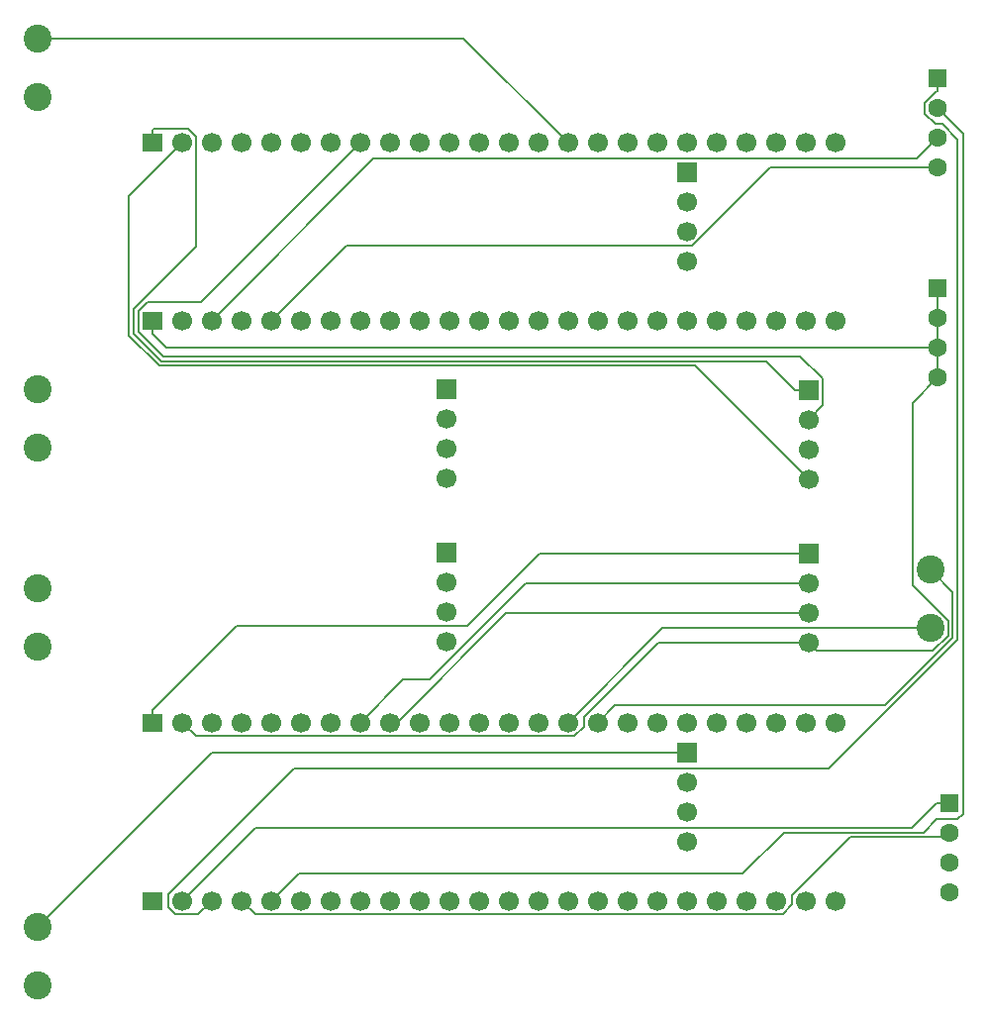
<source format=gbr>
%TF.GenerationSoftware,KiCad,Pcbnew,8.0.8*%
%TF.CreationDate,2025-01-20T13:06:51+08:00*%
%TF.ProjectId,project_pcb,70726f6a-6563-4745-9f70-63622e6b6963,rev?*%
%TF.SameCoordinates,Original*%
%TF.FileFunction,Copper,L1,Top*%
%TF.FilePolarity,Positive*%
%FSLAX46Y46*%
G04 Gerber Fmt 4.6, Leading zero omitted, Abs format (unit mm)*
G04 Created by KiCad (PCBNEW 8.0.8) date 2025-01-20 13:06:51*
%MOMM*%
%LPD*%
G01*
G04 APERTURE LIST*
%TA.AperFunction,ComponentPad*%
%ADD10R,1.700000X1.700000*%
%TD*%
%TA.AperFunction,ComponentPad*%
%ADD11C,1.700000*%
%TD*%
%TA.AperFunction,ComponentPad*%
%ADD12C,2.400000*%
%TD*%
%TA.AperFunction,ComponentPad*%
%ADD13R,1.700000X1.520000*%
%TD*%
%TA.AperFunction,ComponentPad*%
%ADD14R,1.600000X1.600000*%
%TD*%
%TA.AperFunction,ComponentPad*%
%ADD15C,1.600000*%
%TD*%
%TA.AperFunction,Conductor*%
%ADD16C,0.200000*%
%TD*%
G04 APERTURE END LIST*
D10*
%TO.P,CN4,1,1*%
%TO.N,Net-(CN4-Pad1)*%
X134174400Y-128714400D03*
D11*
%TO.P,CN4,2,2*%
%TO.N,Net-(CN4-Pad2)*%
X134174400Y-131254400D03*
%TO.P,CN4,3,3*%
%TO.N,unconnected-(CN4-Pad3)*%
X134174400Y-133794400D03*
%TO.P,CN4,4,4*%
%TO.N,unconnected-(CN4-Pad4)*%
X134174400Y-136334400D03*
%TD*%
D10*
%TO.P,CN6,1,1*%
%TO.N,Net-(CN6-Pad1)*%
X134173700Y-79135300D03*
D11*
%TO.P,CN6,2,2*%
%TO.N,Net-(CN6-Pad2)*%
X134173700Y-81675300D03*
%TO.P,CN6,3,3*%
%TO.N,unconnected-(CN6-Pad3)*%
X134173700Y-84215300D03*
%TO.P,CN6,4,4*%
%TO.N,unconnected-(CN6-Pad4)*%
X134173700Y-86755300D03*
%TD*%
D12*
%TO.P,Kill_Switch2,1,1*%
%TO.N,Net-(CN4-Pad2)*%
X78640000Y-114660000D03*
%TO.P,Kill_Switch2,2,2*%
%TO.N,Net-(Kill_Switch2-Pad2)*%
X78640000Y-119660000D03*
%TD*%
%TO.P,Kill_Switch3,1,1*%
%TO.N,Net-(Kill_Switch3-Pad1)*%
X78640000Y-97660000D03*
%TO.P,Kill_Switch3,2,2*%
%TO.N,Net-(CN6-Pad2)*%
X78640000Y-102660000D03*
%TD*%
D13*
%TO.P,U4,1,1*%
%TO.N,Net-(Depth2-Pad1)*%
X88460000Y-76600000D03*
D11*
%TO.P,U4,2,2*%
%TO.N,Net-(Depth2-Pad4)*%
X91000000Y-76600000D03*
%TO.P,U4,3,3*%
%TO.N,unconnected-(U4-Pad3)*%
X93540000Y-76600000D03*
%TO.P,U4,4,4*%
%TO.N,unconnected-(U4-Pad4)*%
X96080000Y-76600000D03*
%TO.P,U4,5,5*%
%TO.N,unconnected-(U4-Pad5)*%
X98620000Y-76600000D03*
%TO.P,U4,6,6*%
%TO.N,unconnected-(U4-Pad6)*%
X101160000Y-76600000D03*
%TO.P,U4,7,7*%
%TO.N,unconnected-(U4-Pad7)*%
X103700000Y-76600000D03*
%TO.P,U4,8,8*%
%TO.N,Net-(Depth2-Pad2)*%
X106240000Y-76600000D03*
%TO.P,U4,9,9*%
%TO.N,Net-(Depth2-Pad3)*%
X108780000Y-76600000D03*
%TO.P,U4,10,10*%
%TO.N,unconnected-(U4-Pad10)*%
X111320000Y-76600000D03*
%TO.P,U4,11,11*%
%TO.N,unconnected-(U4-Pad11)*%
X113860000Y-76600000D03*
%TO.P,U4,12,12*%
%TO.N,unconnected-(U4-Pad12)*%
X116400000Y-76600000D03*
%TO.P,U4,13,13*%
%TO.N,unconnected-(U4-Pad13)*%
X118940000Y-76600000D03*
%TO.P,U4,14,14*%
%TO.N,unconnected-(U4-Pad14)*%
X121480000Y-76600000D03*
%TO.P,U4,15,15*%
%TO.N,Net-(Kill_Switch3-Pad1)*%
X124020000Y-76600000D03*
%TO.P,U4,16,16*%
%TO.N,unconnected-(U4-Pad16)*%
X126560000Y-76600000D03*
%TO.P,U4,17,17*%
%TO.N,unconnected-(U4-Pad17)*%
X129100000Y-76600000D03*
%TO.P,U4,18,18*%
%TO.N,unconnected-(U4-Pad18)*%
X131640000Y-76600000D03*
%TO.P,U4,19,19*%
%TO.N,unconnected-(U4-Pad19)*%
X134180000Y-76600000D03*
%TO.P,U4,20,20*%
%TO.N,unconnected-(U4-Pad20)*%
X136720000Y-76600000D03*
%TO.P,U4,21,21*%
%TO.N,unconnected-(U4-Pad21)*%
X139260000Y-76600000D03*
%TO.P,U4,22,22*%
%TO.N,unconnected-(U4-Pad22)*%
X141800000Y-76600000D03*
%TO.P,U4,23,23*%
%TO.N,unconnected-(U4-Pad23)*%
X144340000Y-76600000D03*
%TO.P,U4,24,24*%
%TO.N,unconnected-(U4-Pad24)*%
X146880000Y-76600000D03*
%TD*%
D14*
%TO.P,CN3,1,1*%
%TO.N,Net-(CN3-Pad1)*%
X156640000Y-133040000D03*
D15*
%TO.P,CN3,2,2*%
%TO.N,Net-(CN3-Pad2)*%
X156640000Y-135580000D03*
%TO.P,CN3,3,3*%
%TO.N,Net-(CN3-Pad3)*%
X156640000Y-138120000D03*
%TO.P,CN3,4,4*%
%TO.N,Net-(CN3-Pad4)*%
X156640000Y-140660000D03*
%TD*%
D10*
%TO.P,DepthNA1,1*%
%TO.N,N/C*%
X113640000Y-111660000D03*
D11*
%TO.P,DepthNA1,2*%
X113640000Y-114200000D03*
%TO.P,DepthNA1,3*%
X113640000Y-116740000D03*
%TO.P,DepthNA1,4*%
X113640000Y-119280000D03*
%TD*%
D12*
%TO.P,Kill_Switch4,1,1*%
%TO.N,Net-(CN4-Pad1)*%
X78640000Y-143660000D03*
%TO.P,Kill_Switch4,2,2*%
%TO.N,Net-(Kill_Switch2-Pad2)*%
X78640000Y-148660000D03*
%TD*%
D10*
%TO.P,Depth2,1,1*%
%TO.N,Net-(Depth2-Pad1)*%
X144570000Y-97720000D03*
D11*
%TO.P,Depth2,2,2*%
%TO.N,Net-(Depth2-Pad2)*%
X144570000Y-100260000D03*
%TO.P,Depth2,3,3*%
%TO.N,Net-(Depth2-Pad3)*%
X144570000Y-102800000D03*
%TO.P,Depth2,4,4*%
%TO.N,Net-(Depth2-Pad4)*%
X144570000Y-105340000D03*
%TD*%
D14*
%TO.P,CN1,1,1*%
%TO.N,Net-(CN1-Pad1)*%
X155640000Y-89040000D03*
D15*
%TO.P,CN1,2,2*%
X155640000Y-91580000D03*
%TO.P,CN1,3,3*%
X155640000Y-94120000D03*
%TO.P,CN1,4,4*%
X155640000Y-96660000D03*
%TD*%
D10*
%TO.P,H1,1,1*%
%TO.N,Net-(H1-Pad1)*%
X144570000Y-111730000D03*
D11*
%TO.P,H1,2,2*%
%TO.N,Net-(H1-Pad2)*%
X144570000Y-114270000D03*
%TO.P,H1,3,3*%
%TO.N,Net-(H1-Pad3)*%
X144570000Y-116810000D03*
%TO.P,H1,4,4*%
%TO.N,Net-(CN1-Pad1)*%
X144570000Y-119350000D03*
%TD*%
D12*
%TO.P,Kill_Switch1,1,1*%
%TO.N,Net-(Kill_Switch1-Pad1)*%
X155000000Y-118100000D03*
%TO.P,Kill_Switch1,2,2*%
%TO.N,Net-(Kill_Switch1-Pad2)*%
X155000000Y-113100000D03*
%TD*%
D10*
%TO.P,DepthNA2,1*%
%TO.N,N/C*%
X113640000Y-97660000D03*
D11*
%TO.P,DepthNA2,2*%
X113640000Y-100200000D03*
%TO.P,DepthNA2,3*%
X113640000Y-102740000D03*
%TO.P,DepthNA2,4*%
X113640000Y-105280000D03*
%TD*%
D13*
%TO.P,U3,1,1*%
%TO.N,Net-(CN1-Pad1)*%
X88460000Y-91830000D03*
D11*
%TO.P,U3,2,2*%
%TO.N,Net-(CN3-Pad3)*%
X91000000Y-91830000D03*
%TO.P,U3,3,3*%
%TO.N,Net-(CN2-Pad3)*%
X93540000Y-91830000D03*
%TO.P,U3,4,4*%
%TO.N,Net-(CN3-Pad4)*%
X96080000Y-91830000D03*
%TO.P,U3,5,5*%
%TO.N,Net-(CN2-Pad4)*%
X98620000Y-91830000D03*
%TO.P,U3,6,6*%
%TO.N,unconnected-(U3-Pad6)*%
X101160000Y-91830000D03*
%TO.P,U3,7,7*%
%TO.N,unconnected-(U3-Pad7)*%
X103700000Y-91830000D03*
%TO.P,U3,8,8*%
%TO.N,unconnected-(U3-Pad8)*%
X106240000Y-91830000D03*
%TO.P,U3,9,9*%
%TO.N,unconnected-(U3-Pad9)*%
X108780000Y-91830000D03*
%TO.P,U3,10,10*%
%TO.N,unconnected-(U3-Pad10)*%
X111320000Y-91830000D03*
%TO.P,U3,11,11*%
%TO.N,unconnected-(U3-Pad11)*%
X113860000Y-91830000D03*
%TO.P,U3,12,12*%
%TO.N,unconnected-(U3-Pad12)*%
X116400000Y-91830000D03*
%TO.P,U3,13,13*%
%TO.N,unconnected-(U3-Pad13)*%
X118940000Y-91830000D03*
%TO.P,U3,14,14*%
%TO.N,unconnected-(U3-Pad14)*%
X121480000Y-91830000D03*
%TO.P,U3,15,15*%
%TO.N,unconnected-(U3-Pad15)*%
X124020000Y-91830000D03*
%TO.P,U3,16,16*%
%TO.N,unconnected-(U3-Pad16)*%
X126560000Y-91830000D03*
%TO.P,U3,17,17*%
%TO.N,unconnected-(U3-Pad17)*%
X129100000Y-91830000D03*
%TO.P,U3,18,18*%
%TO.N,unconnected-(U3-Pad18)*%
X131640000Y-91830000D03*
%TO.P,U3,19,19*%
%TO.N,unconnected-(U3-Pad19)*%
X134180000Y-91830000D03*
%TO.P,U3,20,20*%
%TO.N,Net-(U2-Pad22)*%
X136720000Y-91830000D03*
%TO.P,U3,21,21*%
%TO.N,Net-(U2-Pad23)*%
X139260000Y-91830000D03*
%TO.P,U3,22,22*%
%TO.N,unconnected-(U3-Pad22)*%
X141800000Y-91830000D03*
%TO.P,U3,23,23*%
%TO.N,unconnected-(U3-Pad23)*%
X144340000Y-91830000D03*
%TO.P,U3,24,24*%
%TO.N,unconnected-(U3-Pad24)*%
X146880000Y-91830000D03*
%TD*%
D12*
%TO.P,Kill_Switch5,1,1*%
%TO.N,Net-(Kill_Switch3-Pad1)*%
X78640000Y-67660000D03*
%TO.P,Kill_Switch5,2,2*%
%TO.N,Net-(CN6-Pad1)*%
X78640000Y-72660000D03*
%TD*%
D13*
%TO.P,U1,1,1*%
%TO.N,Net-(Kill_Switch2-Pad2)*%
X88460000Y-141410000D03*
D11*
%TO.P,U1,2,2*%
%TO.N,Net-(CN3-Pad1)*%
X91000000Y-141410000D03*
%TO.P,U1,3,3*%
%TO.N,Net-(CN2-Pad1)*%
X93540000Y-141410000D03*
%TO.P,U1,4,4*%
%TO.N,Net-(CN3-Pad2)*%
X96080000Y-141410000D03*
%TO.P,U1,5,5*%
%TO.N,Net-(CN2-Pad2)*%
X98620000Y-141410000D03*
%TO.P,U1,6,6*%
%TO.N,unconnected-(U1-Pad6)*%
X101160000Y-141410000D03*
%TO.P,U1,7,7*%
%TO.N,unconnected-(U1-Pad7)*%
X103700000Y-141410000D03*
%TO.P,U1,8,8*%
%TO.N,unconnected-(U1-Pad8)*%
X106240000Y-141410000D03*
%TO.P,U1,9,9*%
%TO.N,unconnected-(U1-Pad9)*%
X108780000Y-141410000D03*
%TO.P,U1,10,10*%
%TO.N,unconnected-(U1-Pad10)*%
X111320000Y-141410000D03*
%TO.P,U1,11,11*%
%TO.N,unconnected-(U1-Pad11)*%
X113860000Y-141410000D03*
%TO.P,U1,12,12*%
%TO.N,unconnected-(U1-Pad12)*%
X116400000Y-141410000D03*
%TO.P,U1,13,13*%
%TO.N,unconnected-(U1-Pad13)*%
X118940000Y-141410000D03*
%TO.P,U1,14,14*%
%TO.N,unconnected-(U1-Pad14)*%
X121480000Y-141410000D03*
%TO.P,U1,15,15*%
%TO.N,unconnected-(U1-Pad15)*%
X124020000Y-141410000D03*
%TO.P,U1,16,16*%
%TO.N,unconnected-(U1-Pad16)*%
X126560000Y-141410000D03*
%TO.P,U1,17,17*%
%TO.N,unconnected-(U1-Pad17)*%
X129100000Y-141410000D03*
%TO.P,U1,18,18*%
%TO.N,unconnected-(U1-Pad18)*%
X131640000Y-141410000D03*
%TO.P,U1,19,19*%
%TO.N,unconnected-(U1-Pad19)*%
X134180000Y-141410000D03*
%TO.P,U1,20,20*%
%TO.N,unconnected-(U1-Pad20)*%
X136720000Y-141410000D03*
%TO.P,U1,21,21*%
%TO.N,unconnected-(U1-Pad21)*%
X139260000Y-141410000D03*
%TO.P,U1,22,22*%
%TO.N,unconnected-(U1-Pad22)*%
X141800000Y-141410000D03*
%TO.P,U1,23,23*%
%TO.N,unconnected-(U1-Pad23)*%
X144340000Y-141410000D03*
%TO.P,U1,24,24*%
%TO.N,unconnected-(U1-Pad24)*%
X146880000Y-141410000D03*
%TD*%
D14*
%TO.P,CN2,1,1*%
%TO.N,Net-(CN2-Pad1)*%
X155640000Y-71120000D03*
D15*
%TO.P,CN2,2,2*%
%TO.N,Net-(CN2-Pad2)*%
X155640000Y-73660000D03*
%TO.P,CN2,3,3*%
%TO.N,Net-(CN2-Pad3)*%
X155640000Y-76200000D03*
%TO.P,CN2,4,4*%
%TO.N,Net-(CN2-Pad4)*%
X155640000Y-78740000D03*
%TD*%
D13*
%TO.P,U2,1,1*%
%TO.N,Net-(H1-Pad1)*%
X88460000Y-126180000D03*
D11*
%TO.P,U2,2,2*%
%TO.N,Net-(CN1-Pad1)*%
X91000000Y-126180000D03*
%TO.P,U2,3,3*%
%TO.N,unconnected-(U2-Pad3)*%
X93540000Y-126180000D03*
%TO.P,U2,4,4*%
%TO.N,unconnected-(U2-Pad4)*%
X96080000Y-126180000D03*
%TO.P,U2,5,5*%
%TO.N,unconnected-(U2-Pad5)*%
X98620000Y-126180000D03*
%TO.P,U2,6,6*%
%TO.N,unconnected-(U2-Pad6)*%
X101160000Y-126180000D03*
%TO.P,U2,7,7*%
%TO.N,unconnected-(U2-Pad7)*%
X103700000Y-126180000D03*
%TO.P,U2,8,8*%
%TO.N,Net-(H1-Pad2)*%
X106240000Y-126180000D03*
%TO.P,U2,9,9*%
%TO.N,Net-(H1-Pad3)*%
X108780000Y-126180000D03*
%TO.P,U2,10,10*%
%TO.N,unconnected-(U2-Pad10)*%
X111320000Y-126180000D03*
%TO.P,U2,11,11*%
%TO.N,unconnected-(U2-Pad11)*%
X113860000Y-126180000D03*
%TO.P,U2,12,12*%
%TO.N,unconnected-(U2-Pad12)*%
X116400000Y-126180000D03*
%TO.P,U2,13,13*%
%TO.N,unconnected-(U2-Pad13)*%
X118940000Y-126180000D03*
%TO.P,U2,14,14*%
%TO.N,unconnected-(U2-Pad14)*%
X121480000Y-126180000D03*
%TO.P,U2,15,15*%
%TO.N,Net-(Kill_Switch1-Pad1)*%
X124020000Y-126180000D03*
%TO.P,U2,16,16*%
%TO.N,Net-(Kill_Switch1-Pad2)*%
X126560000Y-126180000D03*
%TO.P,U2,17,17*%
%TO.N,unconnected-(U2-Pad17)*%
X129100000Y-126180000D03*
%TO.P,U2,18,18*%
%TO.N,unconnected-(U2-Pad18)*%
X131640000Y-126180000D03*
%TO.P,U2,19,19*%
%TO.N,unconnected-(U2-Pad19)*%
X134180000Y-126180000D03*
%TO.P,U2,20,20*%
%TO.N,unconnected-(U2-Pad20)*%
X136720000Y-126180000D03*
%TO.P,U2,21,21*%
%TO.N,unconnected-(U2-Pad21)*%
X139260000Y-126180000D03*
%TO.P,U2,22,22*%
%TO.N,Net-(U2-Pad22)*%
X141800000Y-126180000D03*
%TO.P,U2,23,23*%
%TO.N,Net-(U2-Pad23)*%
X144340000Y-126180000D03*
%TO.P,U2,24,24*%
%TO.N,unconnected-(U2-Pad24)*%
X146880000Y-126180000D03*
%TD*%
D16*
%TO.N,Net-(Kill_Switch3-Pad1)*%
X115080000Y-67660000D02*
X78640000Y-67660000D01*
X124020000Y-76600000D02*
X115080000Y-67660000D01*
%TO.N,Net-(CN4-Pad1)*%
X93585600Y-128714000D02*
X78640000Y-143660000D01*
X134174000Y-128714000D02*
X93585600Y-128714000D01*
X134174000Y-128714000D02*
X134174400Y-128714400D01*
%TO.N,Net-(CN3-Pad1)*%
X97232600Y-135177000D02*
X91000000Y-141410000D01*
X153401000Y-135177000D02*
X97232600Y-135177000D01*
X155538000Y-133040000D02*
X153401000Y-135177000D01*
X156640000Y-133040000D02*
X155538000Y-133040000D01*
%TO.N,Net-(CN3-Pad2)*%
X156238000Y-135982000D02*
X156640000Y-135580000D01*
X148118000Y-135982000D02*
X156238000Y-135982000D01*
X143188000Y-140912000D02*
X148118000Y-135982000D01*
X143188000Y-141737000D02*
X143188000Y-140912000D01*
X142363000Y-142562000D02*
X143188000Y-141737000D01*
X97231700Y-142562000D02*
X142363000Y-142562000D01*
X96080000Y-141410000D02*
X97231700Y-142562000D01*
%TO.N,Net-(CN2-Pad4)*%
X141278000Y-78740000D02*
X155640000Y-78740000D01*
X141278000Y-78740100D02*
X141278000Y-78740000D01*
X134651000Y-85367000D02*
X141278000Y-78740100D01*
X105083000Y-85367000D02*
X134651000Y-85367000D01*
X98620000Y-91830000D02*
X105083000Y-85367000D01*
%TO.N,Net-(CN2-Pad3)*%
X107386000Y-77983600D02*
X93540000Y-91830000D01*
X153856000Y-77983600D02*
X107386000Y-77983600D01*
X155640000Y-76200000D02*
X153856000Y-77983600D01*
%TO.N,Net-(CN2-Pad1)*%
X92388300Y-142562000D02*
X93540000Y-141410000D01*
X90438800Y-142562000D02*
X92388300Y-142562000D01*
X89848300Y-141971000D02*
X90438800Y-142562000D01*
X89848300Y-140853000D02*
X89848300Y-141971000D01*
X100598000Y-130103000D02*
X89848300Y-140853000D01*
X146292000Y-130103000D02*
X100598000Y-130103000D01*
X157340000Y-119054000D02*
X146292000Y-130103000D01*
X157340000Y-76307900D02*
X157340000Y-119054000D01*
X156040000Y-75008000D02*
X157340000Y-76307900D01*
X155418000Y-75008000D02*
X156040000Y-75008000D01*
X154536000Y-74126000D02*
X155418000Y-75008000D01*
X154536000Y-73188200D02*
X154536000Y-74126000D01*
X155502000Y-72221700D02*
X154536000Y-73188200D01*
X155640000Y-72221700D02*
X155502000Y-72221700D01*
X155640000Y-71120000D02*
X155640000Y-72221700D01*
%TO.N,Net-(Kill_Switch1-Pad1)*%
X132100000Y-118100000D02*
X124020000Y-126180000D01*
X155000000Y-118100000D02*
X132100000Y-118100000D01*
%TO.N,Net-(CN2-Pad2)*%
X157796000Y-75815600D02*
X155640000Y-73660000D01*
X157796000Y-133991000D02*
X157796000Y-75815600D01*
X157335000Y-134452000D02*
X157796000Y-133991000D01*
X155539000Y-134452000D02*
X157335000Y-134452000D01*
X154411000Y-135580000D02*
X155539000Y-134452000D01*
X142455000Y-135580000D02*
X154411000Y-135580000D01*
X138965000Y-139070000D02*
X142455000Y-135580000D01*
X100960000Y-139070000D02*
X138965000Y-139070000D01*
X98620000Y-141410000D02*
X100960000Y-139070000D01*
%TO.N,Net-(CN1-Pad1)*%
X155640000Y-96660000D02*
X155640000Y-94120000D01*
X155640000Y-91580000D02*
X155640000Y-89040000D01*
X155640000Y-94120000D02*
X155640000Y-91580000D01*
X88460000Y-92891700D02*
X88460000Y-91830000D01*
X89688300Y-94120000D02*
X88460000Y-92891700D01*
X155640000Y-94120000D02*
X89688300Y-94120000D01*
X131709000Y-119350000D02*
X144570000Y-119350000D01*
X125353000Y-125705000D02*
X131709000Y-119350000D01*
X125353000Y-126537000D02*
X125353000Y-125705000D01*
X124559000Y-127332000D02*
X125353000Y-126537000D01*
X92151700Y-127332000D02*
X124559000Y-127332000D01*
X91000000Y-126180000D02*
X92151700Y-127332000D01*
X145261000Y-120041000D02*
X144570000Y-119350000D01*
X155201000Y-120041000D02*
X145261000Y-120041000D01*
X156510000Y-118732000D02*
X155201000Y-120041000D01*
X156510000Y-117486000D02*
X156510000Y-118732000D01*
X153464000Y-114440000D02*
X156510000Y-117486000D01*
X153464000Y-98836100D02*
X153464000Y-114440000D01*
X155640000Y-96660000D02*
X153464000Y-98836100D01*
%TO.N,Net-(Kill_Switch1-Pad2)*%
X128040000Y-124700000D02*
X126560000Y-126180000D01*
X151110000Y-124700000D02*
X128040000Y-124700000D01*
X156912000Y-118898000D02*
X151110000Y-124700000D01*
X156912000Y-115012000D02*
X156912000Y-118898000D01*
X155000000Y-113100000D02*
X156912000Y-115012000D01*
%TO.N,Net-(H1-Pad3)*%
X118718000Y-116810000D02*
X144570000Y-116810000D01*
X109348000Y-126180000D02*
X118718000Y-116810000D01*
X108780000Y-126180000D02*
X109348000Y-126180000D01*
%TO.N,Net-(H1-Pad2)*%
X120407000Y-114270000D02*
X144570000Y-114270000D01*
X112174000Y-122503000D02*
X120407000Y-114270000D01*
X109917000Y-122503000D02*
X112174000Y-122503000D01*
X106240000Y-126180000D02*
X109917000Y-122503000D01*
%TO.N,Net-(H1-Pad1)*%
X121529000Y-111730000D02*
X144570000Y-111730000D01*
X115367000Y-117892000D02*
X121529000Y-111730000D01*
X95686600Y-117892000D02*
X115367000Y-117892000D01*
X88460000Y-125118000D02*
X95686600Y-117892000D01*
X88460000Y-126180000D02*
X88460000Y-125118000D01*
%TO.N,Net-(Depth2-Pad1)*%
X143418000Y-97720000D02*
X144570000Y-97720000D01*
X140966000Y-95267800D02*
X143418000Y-97720000D01*
X89227700Y-95267800D02*
X140966000Y-95267800D01*
X86858400Y-92898500D02*
X89227700Y-95267800D01*
X86858400Y-90813700D02*
X86858400Y-92898500D01*
X92151700Y-85520400D02*
X86858400Y-90813700D01*
X92151700Y-76094600D02*
X92151700Y-85520400D01*
X91475300Y-75418200D02*
X92151700Y-76094600D01*
X88580100Y-75418200D02*
X91475300Y-75418200D01*
X88460000Y-75538300D02*
X88580100Y-75418200D01*
X88460000Y-76600000D02*
X88460000Y-75538300D01*
%TO.N,Net-(Depth2-Pad2)*%
X92654800Y-90185200D02*
X106240000Y-76600000D01*
X88054900Y-90185200D02*
X92654800Y-90185200D01*
X87260100Y-90980000D02*
X88054900Y-90185200D01*
X87260100Y-92732200D02*
X87260100Y-90980000D01*
X89394000Y-94866100D02*
X87260100Y-92732200D01*
X143854000Y-94866100D02*
X89394000Y-94866100D01*
X145761000Y-96772800D02*
X143854000Y-94866100D01*
X145761000Y-99069100D02*
X145761000Y-96772800D01*
X144570000Y-100260000D02*
X145761000Y-99069100D01*
%TO.N,Net-(Depth2-Pad4)*%
X134900000Y-95669500D02*
X144570000Y-105340000D01*
X89061400Y-95669500D02*
X134900000Y-95669500D01*
X86456700Y-93064800D02*
X89061400Y-95669500D01*
X86456700Y-81143300D02*
X86456700Y-93064800D01*
X91000000Y-76600000D02*
X86456700Y-81143300D01*
%TD*%
M02*

</source>
